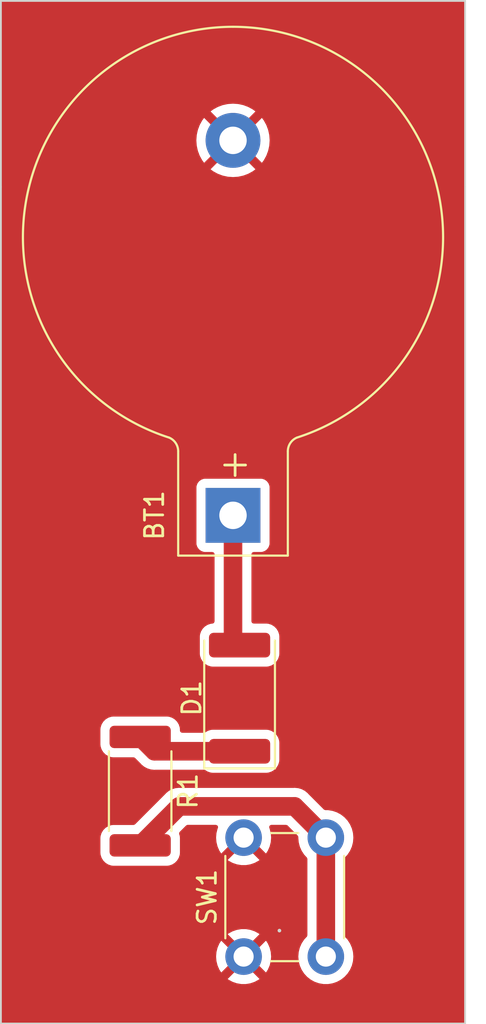
<source format=kicad_pcb>
(kicad_pcb (version 20221018) (generator pcbnew)
  (layers (0 "F.Cu" signal) (31 "B.Cu" signal) (34 "B.Paste" user) (35 "F.Paste" user) (36 "B.SilkS" user "B.Silkscreen") (37 "F.SilkS" user "F.Silkscreen") (38 "B.Mask" user) (39 "F.Mask" user) (44 "Edge.Cuts" user))
  (net 0 "")
  (net 1 "Net-(BT1-+)")
  (net 2 "GND")
  (net 3 "Net-(D1-K)")
  (net 4 "Net-(SW1-B)")
  (footprint "Battery:BatteryHolder_Keystone_103_1x20mm" (layer "F.Cu") (at 132.08 91.61 90)
    (fp_text reference "BT1" (at 0 -4.3 90) (layer "F.SilkS"))
    (fp_text value "Battery_Cell")
    (fp_text user "+" (at 2.75 0 90) (layer "F.SilkS") (effects (font (size 1.5 1.5))))
    (fp_line (start -2.2 -3) (end 3.5 -3) (stroke (width 0.12)) (layer "F.SilkS"))
    (fp_line (start -2.2 3) (end -2.2 -3) (stroke (width 0.12)) (layer "F.SilkS"))
    (fp_line (start -2.2 3) (end 3.5 3) (stroke (width 0.12)) (layer "F.SilkS"))
    (fp_arc (start 3.5 3) (mid 3.950694 3.136459) (end 4.25 3.5) (stroke (width 0.12)) (layer "F.SilkS"))
    (fp_arc (start 4.25 -3.5) (mid 3.950694 -3.136459) (end 3.5 -3) (stroke (width 0.12)) (layer "F.SilkS"))
    (fp_arc (start 4.25 -3.5) (mid 16.971103 -11.358466) (end 26.695671 0) (stroke (width 0.12)) (layer "F.SilkS"))
    (fp_arc (start 26.695671 0) (mid 16.971103 11.358466) (end 4.25 3.5) (stroke (width 0.12)) (layer "F.SilkS"))
    (pad "1" thru_hole rect (at 0 0 90) (size 3 3) (drill 1.5) (layers "*.Cu" "*.Mask") (net 1 "Net-(BT1-+)"))
    (pad "2" thru_hole circle (at 20.49 0 90) (size 3 3) (drill 1.5) (layers "*.Cu" "*.Mask") (net 2 "GND"))
  )
  (footprint "LED_SMD:LED_2512_6332Metric" (layer "F.Cu") (at 132.44 101.6 90)
    (fp_text reference "D1" (at 0 -2.62 90) (layer "F.SilkS"))
    (fp_text value "LED")
    (fp_line (start -3.835 -1.935) (end -3.835 1.935) (stroke (width 0.12)) (layer "F.SilkS"))
    (fp_line (start -3.835 1.935) (end 3.15 1.935) (stroke (width 0.12)) (layer "F.SilkS"))
    (fp_line (start 3.15 -1.935) (end -3.835 -1.935) (stroke (width 0.12)) (layer "F.SilkS"))
    (pad "1" smd roundrect (at -2.9 0 90) (size 1.35 3.35) (layers "F.Cu" "F.Paste" "F.Mask") (roundrect_rratio 0.185185) (net 3 "Net-(D1-K)"))
    (pad "2" smd roundrect (at 2.9 0 90) (size 1.35 3.35) (layers "F.Cu" "F.Paste" "F.Mask") (roundrect_rratio 0.185185) (net 1 "Net-(BT1-+)"))
  )
  (footprint "Resistor_SMD:R_2512_6332Metric" (layer "F.Cu") (at 127 106.68 -90)
    (fp_text reference "R1" (at 0 -2.62 90) (layer "F.SilkS"))
    (fp_text value "R_US")
    (fp_line (start -2.177064 -1.71) (end 2.177064 -1.71) (stroke (width 0.12)) (layer "F.SilkS"))
    (fp_line (start -2.177064 1.71) (end 2.177064 1.71) (stroke (width 0.12)) (layer "F.SilkS"))
    (pad "1" smd roundrect (at -2.9625 0 270) (size 1.225 3.35) (layers "F.Cu" "F.Paste" "F.Mask") (roundrect_rratio 0.204082) (net 3 "Net-(D1-K)"))
    (pad "2" smd roundrect (at 2.9625 0 270) (size 1.225 3.35) (layers "F.Cu" "F.Paste" "F.Mask") (roundrect_rratio 0.204082) (net 4 "Net-(SW1-B)"))
  )
  (footprint "Button_Switch_THT:SW_PUSH_6mm" (layer "F.Cu") (at 132.66 115.72 90)
    (fp_text reference "SW1" (at 3.25 -2 90) (layer "F.SilkS"))
    (fp_text value "SW_SPST")
    (fp_line (start -0.25 1.5) (end -0.25 3) (stroke (width 0.12)) (layer "F.SilkS"))
    (fp_line (start 1 5.5) (end 5.5 5.5) (stroke (width 0.12)) (layer "F.SilkS"))
    (fp_line (start 5.5 -1) (end 1 -1) (stroke (width 0.12)) (layer "F.SilkS"))
    (fp_line (start 6.75 3) (end 6.75 1.5) (stroke (width 0.12)) (layer "F.SilkS"))
    (pad "1" thru_hole circle (at 0 0 180) (size 2 2) (drill 1.1) (layers "*.Cu" "*.Mask") (net 2 "GND"))
    (pad "1" thru_hole circle (at 6.5 0 180) (size 2 2) (drill 1.1) (layers "*.Cu" "*.Mask") (net 2 "GND"))
    (pad "2" thru_hole circle (at 0 4.5 180) (size 2 2) (drill 1.1) (layers "*.Cu" "*.Mask") (net 4 "Net-(SW1-B)"))
    (pad "2" thru_hole circle (at 6.5 4.5 180) (size 2 2) (drill 1.1) (layers "*.Cu" "*.Mask") (net 4 "Net-(SW1-B)"))
  )
  (gr_line (start 119.38 119.38) (end 144.78 119.38) (stroke (width 0.1)) (layer "Edge.Cuts"))
  (gr_arc (start 134.62 114.3) (mid 134.62 114.3) (end 134.62 114.3) (stroke (width 0.1)) (layer "Edge.Cuts"))
  (gr_line (start 119.38 73.66) (end 119.38 63.5) (stroke (width 0.1)) (layer "Edge.Cuts"))
  (gr_line (start 144.78 63.5) (end 119.38 63.5) (stroke (width 0.1)) (layer "Edge.Cuts"))
  (gr_line (start 144.78 73.66) (end 144.78 63.5) (stroke (width 0.1)) (layer "Edge.Cuts"))
  (gr_line (start 119.38 73.66) (end 119.38 119.38) (stroke (width 0.1)) (layer "Edge.Cuts"))
  (gr_line (start 144.78 73.66) (end 144.78 119.38) (stroke (width 0.1)) (layer "Edge.Cuts"))
  (segment (start 132.08 91.61) (end 132.08 98.34) (width 1.016) (layer "F.Cu") (net 1))
  (segment (start 132.08 98.34) (end 132.44 98.7) (width 0.25) (layer "F.Cu") (net 1))
  (segment (start 127.7825 104.5) (end 127 103.7175) (width 1.016) (layer "F.Cu") (net 3))
  (segment (start 132.44 104.5) (end 127.7825 104.5) (width 1.016) (layer "F.Cu") (net 3))
  (segment (start 135.452 107.512) (end 129.1305 107.512) (width 1.016) (layer "F.Cu") (net 4))
  (segment (start 137.16 109.22) (end 137.16 115.72) (width 1.016) (layer "F.Cu") (net 4))
  (segment (start 129.1305 107.512) (end 127 109.6425) (width 1.016) (layer "F.Cu") (net 4))
  (segment (start 137.16 109.22) (end 135.452 107.512) (width 1.016) (layer "F.Cu") (net 4))
  (zone (net 2) (net_name "GND") (layer "F.Cu") (connect_pads (clearance 0.5)) (min_thickness 0.25) (fill yes (thermal_gap 0.5) (thermal_bridge_width 0.5))
    (polygon (pts (xy 119.38 119.38) (xy 119.38 63.5) (xy 144.78 63.5) (xy 144.78 119.38)))
  )
)
</source>
